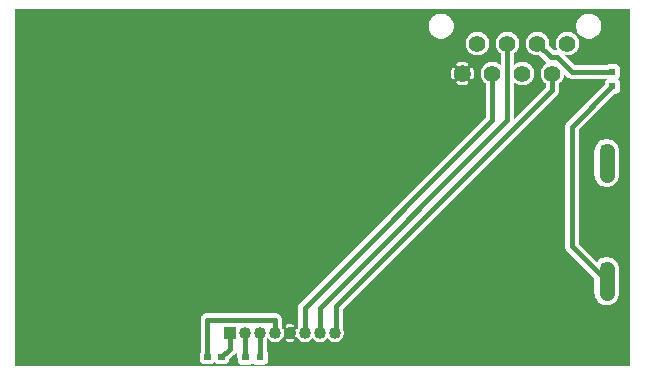
<source format=gtl>
G04 start of page 2 for group 0 idx 0 *
G04 Title: roomunit-display, top *
G04 Creator: pcb 1.99z *
G04 CreationDate: mån  6 apr 2015 08:42:04 UTC *
G04 For: jonatan *
G04 Format: Gerber/RS-274X *
G04 PCB-Dimensions (mm): 60.00 42.00 *
G04 PCB-Coordinate-Origin: lower left *
%MOMM*%
%FSLAX43Y43*%
%LNTOP*%
%ADD19C,1.524*%
%ADD18C,0.508*%
%ADD17C,0.850*%
%ADD16R,0.500X0.500*%
%ADD15C,1.250*%
%ADD14C,1.400*%
%ADD13C,1.016*%
%ADD12C,0.002*%
%ADD11C,0.381*%
G54D11*X43434Y31205D02*X27559Y15330D01*
X44704Y31205D02*X28829Y15330D01*
X30226Y15457D02*X48514Y33745D01*
X23749Y13171D02*Y11139D01*
X27559Y15330D02*Y13171D01*
X25019D02*Y14314D01*
X21209Y13171D02*Y11854D01*
X20494Y11139D01*
X22479Y13171D02*Y11219D01*
X22559Y11139D01*
X25019Y14314D02*X19304D01*
Y11139D01*
X28829Y13298D02*Y15330D01*
X30226Y13044D02*Y15457D01*
X53109Y17571D02*X50165Y20515D01*
Y30650D01*
X53594Y34079D01*
Y35269D02*X50165D01*
X48895Y36539D01*
X48387D01*
X48514Y33745D02*Y35142D01*
X48387Y36539D02*X47244Y37682D01*
X43434Y35142D02*Y31205D01*
X44704Y37682D02*Y31205D01*
G54D12*G36*
X51586Y34698D02*X53096D01*
X53121Y34676D01*
X53125Y34674D01*
X53121Y34672D01*
X53075Y34633D01*
X53036Y34587D01*
X53005Y34537D01*
X52982Y34481D01*
X52969Y34423D01*
X52965Y34364D01*
X52966Y34259D01*
X51586Y32879D01*
Y34698D01*
G37*
G36*
X53109Y40603D02*X55118D01*
Y10377D01*
X53109D01*
Y15536D01*
X53271Y15549D01*
X53429Y15587D01*
X53579Y15649D01*
X53717Y15734D01*
X53841Y15839D01*
X53946Y15963D01*
X54031Y16101D01*
X54093Y16251D01*
X54131Y16409D01*
X54140Y16571D01*
Y18571D01*
X54131Y18733D01*
X54093Y18891D01*
X54031Y19041D01*
X53946Y19179D01*
X53841Y19303D01*
X53717Y19408D01*
X53579Y19493D01*
X53429Y19555D01*
X53271Y19593D01*
X53109Y19606D01*
Y25536D01*
X53271Y25549D01*
X53429Y25587D01*
X53579Y25649D01*
X53717Y25734D01*
X53841Y25839D01*
X53946Y25963D01*
X54031Y26101D01*
X54093Y26251D01*
X54131Y26409D01*
X54140Y26571D01*
Y28571D01*
X54131Y28733D01*
X54093Y28891D01*
X54031Y29041D01*
X53946Y29179D01*
X53841Y29303D01*
X53717Y29408D01*
X53579Y29493D01*
X53429Y29555D01*
X53271Y29593D01*
X53109Y29606D01*
Y32786D01*
X53741Y33417D01*
X53903Y33419D01*
X53961Y33432D01*
X54017Y33455D01*
X54067Y33486D01*
X54113Y33525D01*
X54152Y33571D01*
X54183Y33621D01*
X54206Y33677D01*
X54219Y33735D01*
X54223Y33794D01*
X54219Y34423D01*
X54206Y34481D01*
X54183Y34537D01*
X54152Y34587D01*
X54113Y34633D01*
X54067Y34672D01*
X54063Y34674D01*
X54067Y34676D01*
X54113Y34715D01*
X54152Y34761D01*
X54183Y34811D01*
X54206Y34867D01*
X54219Y34925D01*
X54223Y34984D01*
X54219Y35613D01*
X54206Y35671D01*
X54183Y35727D01*
X54152Y35777D01*
X54113Y35823D01*
X54067Y35862D01*
X54017Y35893D01*
X53961Y35916D01*
X53903Y35929D01*
X53844Y35933D01*
X53285Y35929D01*
X53227Y35916D01*
X53171Y35893D01*
X53121Y35862D01*
X53109Y35852D01*
Y40603D01*
G37*
G36*
Y19606D02*X52947Y19593D01*
X52789Y19555D01*
X52639Y19493D01*
X52501Y19408D01*
X52377Y19303D01*
X52289Y19199D01*
X51586Y19902D01*
Y31263D01*
X53109Y32786D01*
Y29606D01*
X52947Y29593D01*
X52789Y29555D01*
X52639Y29493D01*
X52501Y29408D01*
X52377Y29303D01*
X52272Y29179D01*
X52187Y29041D01*
X52125Y28891D01*
X52087Y28733D01*
X52078Y28571D01*
Y26571D01*
X52087Y26409D01*
X52125Y26251D01*
X52187Y26101D01*
X52272Y25963D01*
X52377Y25839D01*
X52501Y25734D01*
X52639Y25649D01*
X52789Y25587D01*
X52947Y25549D01*
X53109Y25536D01*
Y19606D01*
G37*
G36*
Y10377D02*X51586D01*
Y18286D01*
X52078Y17794D01*
Y16571D01*
X52087Y16409D01*
X52125Y16251D01*
X52187Y16101D01*
X52272Y15963D01*
X52377Y15839D01*
X52501Y15734D01*
X52639Y15649D01*
X52789Y15587D01*
X52947Y15549D01*
X53109Y15536D01*
Y10377D01*
G37*
G36*
X51586Y40603D02*X53109D01*
Y35852D01*
X53096Y35840D01*
X51586D01*
Y38090D01*
X51587Y38090D01*
X51754Y38103D01*
X51917Y38142D01*
X52071Y38206D01*
X52214Y38293D01*
X52341Y38402D01*
X52449Y38529D01*
X52537Y38672D01*
X52601Y38826D01*
X52640Y38989D01*
X52649Y39155D01*
X52640Y39322D01*
X52601Y39484D01*
X52537Y39639D01*
X52449Y39781D01*
X52341Y39908D01*
X52214Y40017D01*
X52071Y40104D01*
X51917Y40168D01*
X51754Y40207D01*
X51587Y40220D01*
X51586Y40220D01*
Y40603D01*
G37*
G36*
Y19902D02*X50736Y20752D01*
Y30413D01*
X51586Y31263D01*
Y19902D01*
G37*
G36*
Y10377D02*X42162D01*
Y26585D01*
X48902Y33325D01*
X48919Y33340D01*
X48978Y33408D01*
X48978Y33408D01*
X49025Y33485D01*
X49059Y33568D01*
X49080Y33655D01*
X49087Y33745D01*
X49086Y33767D01*
Y34319D01*
X49104Y34330D01*
X49223Y34433D01*
X49326Y34552D01*
X49408Y34687D01*
X49468Y34832D01*
X49505Y34985D01*
X49512Y35113D01*
X49745Y34881D01*
X49760Y34864D01*
X49828Y34805D01*
X49828Y34805D01*
X49905Y34758D01*
X49988Y34724D01*
X50075Y34703D01*
X50165Y34696D01*
X50187Y34698D01*
X51586D01*
Y32879D01*
X49777Y31070D01*
X49760Y31055D01*
X49701Y30987D01*
X49654Y30910D01*
X49620Y30827D01*
X49599Y30740D01*
X49599Y30740D01*
X49592Y30650D01*
X49594Y30628D01*
Y20537D01*
X49592Y20515D01*
X49599Y20425D01*
X49620Y20338D01*
X49654Y20255D01*
X49701Y20178D01*
X49701Y20178D01*
X49760Y20110D01*
X49777Y20095D01*
X51586Y18286D01*
Y10377D01*
G37*
G36*
X42162Y40603D02*X51586D01*
Y40220D01*
X51421Y40207D01*
X51258Y40168D01*
X51104Y40104D01*
X50961Y40017D01*
X50834Y39908D01*
X50726Y39781D01*
X50638Y39639D01*
X50574Y39484D01*
X50535Y39322D01*
X50522Y39155D01*
X50535Y38989D01*
X50574Y38826D01*
X50638Y38672D01*
X50726Y38529D01*
X50834Y38402D01*
X50961Y38293D01*
X51104Y38206D01*
X51258Y38142D01*
X51421Y38103D01*
X51586Y38090D01*
Y35840D01*
X50402D01*
X49527Y36715D01*
X49627Y36691D01*
X49784Y36679D01*
X49941Y36691D01*
X50094Y36728D01*
X50239Y36788D01*
X50374Y36870D01*
X50493Y36973D01*
X50596Y37092D01*
X50678Y37227D01*
X50738Y37372D01*
X50775Y37525D01*
X50784Y37682D01*
X50775Y37839D01*
X50738Y37992D01*
X50678Y38137D01*
X50596Y38272D01*
X50493Y38391D01*
X50374Y38494D01*
X50239Y38576D01*
X50094Y38636D01*
X49941Y38673D01*
X49784Y38685D01*
X49627Y38673D01*
X49474Y38636D01*
X49329Y38576D01*
X49194Y38494D01*
X49075Y38391D01*
X48972Y38272D01*
X48890Y38137D01*
X48830Y37992D01*
X48793Y37839D01*
X48781Y37682D01*
X48793Y37525D01*
X48830Y37372D01*
X48890Y37227D01*
X48964Y37107D01*
X48895Y37112D01*
X48873Y37110D01*
X48624D01*
X48230Y37504D01*
X48235Y37525D01*
X48244Y37682D01*
X48235Y37839D01*
X48198Y37992D01*
X48138Y38137D01*
X48056Y38272D01*
X47953Y38391D01*
X47834Y38494D01*
X47699Y38576D01*
X47554Y38636D01*
X47401Y38673D01*
X47244Y38685D01*
X47087Y38673D01*
X46934Y38636D01*
X46789Y38576D01*
X46654Y38494D01*
X46535Y38391D01*
X46432Y38272D01*
X46350Y38137D01*
X46290Y37992D01*
X46253Y37839D01*
X46241Y37682D01*
X46253Y37525D01*
X46290Y37372D01*
X46350Y37227D01*
X46432Y37092D01*
X46535Y36973D01*
X46654Y36870D01*
X46789Y36788D01*
X46934Y36728D01*
X47087Y36691D01*
X47244Y36679D01*
X47401Y36691D01*
X47422Y36696D01*
X47967Y36151D01*
X47982Y36134D01*
X48050Y36075D01*
X48050Y36075D01*
X48092Y36050D01*
X48059Y36036D01*
X47924Y35954D01*
X47805Y35851D01*
X47702Y35732D01*
X47620Y35597D01*
X47560Y35452D01*
X47523Y35299D01*
X47511Y35142D01*
X47523Y34985D01*
X47560Y34832D01*
X47620Y34687D01*
X47702Y34552D01*
X47805Y34433D01*
X47924Y34330D01*
X47942Y34319D01*
Y33982D01*
X45275Y31315D01*
Y34423D01*
X45384Y34330D01*
X45519Y34248D01*
X45664Y34188D01*
X45817Y34151D01*
X45974Y34139D01*
X46131Y34151D01*
X46284Y34188D01*
X46429Y34248D01*
X46564Y34330D01*
X46683Y34433D01*
X46786Y34552D01*
X46868Y34687D01*
X46928Y34832D01*
X46965Y34985D01*
X46974Y35142D01*
X46965Y35299D01*
X46928Y35452D01*
X46868Y35597D01*
X46786Y35732D01*
X46683Y35851D01*
X46564Y35954D01*
X46429Y36036D01*
X46284Y36096D01*
X46131Y36133D01*
X45974Y36145D01*
X45817Y36133D01*
X45664Y36096D01*
X45519Y36036D01*
X45384Y35954D01*
X45275Y35861D01*
Y36859D01*
X45294Y36870D01*
X45413Y36973D01*
X45516Y37092D01*
X45598Y37227D01*
X45658Y37372D01*
X45695Y37525D01*
X45704Y37682D01*
X45695Y37839D01*
X45658Y37992D01*
X45598Y38137D01*
X45516Y38272D01*
X45413Y38391D01*
X45294Y38494D01*
X45159Y38576D01*
X45014Y38636D01*
X44861Y38673D01*
X44704Y38685D01*
X44547Y38673D01*
X44394Y38636D01*
X44249Y38576D01*
X44114Y38494D01*
X43995Y38391D01*
X43892Y38272D01*
X43810Y38137D01*
X43750Y37992D01*
X43713Y37839D01*
X43701Y37682D01*
X43713Y37525D01*
X43750Y37372D01*
X43810Y37227D01*
X43892Y37092D01*
X43995Y36973D01*
X44114Y36870D01*
X44132Y36859D01*
Y35861D01*
X44024Y35954D01*
X43889Y36036D01*
X43744Y36096D01*
X43591Y36133D01*
X43434Y36145D01*
X43277Y36133D01*
X43124Y36096D01*
X42979Y36036D01*
X42844Y35954D01*
X42725Y35851D01*
X42622Y35732D01*
X42540Y35597D01*
X42480Y35452D01*
X42443Y35299D01*
X42431Y35142D01*
X42443Y34985D01*
X42480Y34832D01*
X42540Y34687D01*
X42622Y34552D01*
X42725Y34433D01*
X42844Y34330D01*
X42862Y34319D01*
Y31442D01*
X42162Y30742D01*
Y36679D01*
X42164Y36679D01*
X42321Y36691D01*
X42474Y36728D01*
X42619Y36788D01*
X42754Y36870D01*
X42873Y36973D01*
X42976Y37092D01*
X43058Y37227D01*
X43118Y37372D01*
X43155Y37525D01*
X43164Y37682D01*
X43155Y37839D01*
X43118Y37992D01*
X43058Y38137D01*
X42976Y38272D01*
X42873Y38391D01*
X42754Y38494D01*
X42619Y38576D01*
X42474Y38636D01*
X42321Y38673D01*
X42164Y38685D01*
X42162Y38685D01*
Y40603D01*
G37*
G36*
Y10377D02*X40486D01*
Y24909D01*
X42162Y26585D01*
Y10377D01*
G37*
G36*
X41704Y36791D02*X41709Y36788D01*
X41854Y36728D01*
X42007Y36691D01*
X42162Y36679D01*
Y30742D01*
X41704Y30284D01*
Y34641D01*
X41718Y34645D01*
X41739Y34654D01*
X41759Y34668D01*
X41776Y34684D01*
X41791Y34702D01*
X41802Y34723D01*
X41839Y34812D01*
X41866Y34904D01*
X41885Y34998D01*
X41894Y35094D01*
Y35190D01*
X41885Y35286D01*
X41866Y35380D01*
X41839Y35472D01*
X41803Y35562D01*
X41791Y35582D01*
X41777Y35601D01*
X41759Y35617D01*
X41740Y35630D01*
X41718Y35640D01*
X41704Y35644D01*
Y36791D01*
G37*
G36*
Y40603D02*X42162D01*
Y38685D01*
X42007Y38673D01*
X41854Y38636D01*
X41709Y38576D01*
X41704Y38573D01*
Y40603D01*
G37*
G36*
X40486D02*X41704D01*
Y38573D01*
X41574Y38494D01*
X41455Y38391D01*
X41352Y38272D01*
X41270Y38137D01*
X41210Y37992D01*
X41173Y37839D01*
X41161Y37682D01*
X41173Y37525D01*
X41210Y37372D01*
X41270Y37227D01*
X41352Y37092D01*
X41455Y36973D01*
X41574Y36870D01*
X41704Y36791D01*
Y35644D01*
X41695Y35647D01*
X41672Y35649D01*
X41648Y35648D01*
X41625Y35644D01*
X41602Y35636D01*
X41582Y35624D01*
X41563Y35609D01*
X41547Y35592D01*
X41534Y35572D01*
X41524Y35551D01*
X41517Y35528D01*
X41515Y35504D01*
X41516Y35480D01*
X41520Y35457D01*
X41529Y35435D01*
X41555Y35373D01*
X41574Y35309D01*
X41587Y35243D01*
X41593Y35176D01*
Y35108D01*
X41587Y35041D01*
X41574Y34975D01*
X41555Y34911D01*
X41530Y34849D01*
X41521Y34827D01*
X41516Y34804D01*
X41515Y34780D01*
X41518Y34756D01*
X41525Y34734D01*
X41534Y34712D01*
X41548Y34693D01*
X41564Y34675D01*
X41582Y34661D01*
X41603Y34649D01*
X41625Y34641D01*
X41648Y34636D01*
X41672Y34635D01*
X41695Y34638D01*
X41704Y34641D01*
Y30284D01*
X40486Y29066D01*
Y34229D01*
X40564Y34197D01*
X40656Y34170D01*
X40750Y34151D01*
X40846Y34142D01*
X40942D01*
X41038Y34151D01*
X41132Y34170D01*
X41224Y34197D01*
X41314Y34233D01*
X41334Y34245D01*
X41353Y34259D01*
X41369Y34277D01*
X41382Y34296D01*
X41392Y34318D01*
X41399Y34341D01*
X41401Y34364D01*
X41400Y34388D01*
X41396Y34411D01*
X41388Y34434D01*
X41376Y34454D01*
X41361Y34473D01*
X41344Y34489D01*
X41324Y34502D01*
X41303Y34512D01*
X41280Y34519D01*
X41256Y34521D01*
X41232Y34520D01*
X41209Y34516D01*
X41187Y34507D01*
X41125Y34481D01*
X41061Y34462D01*
X40995Y34449D01*
X40928Y34443D01*
X40860D01*
X40793Y34449D01*
X40727Y34462D01*
X40663Y34481D01*
X40601Y34506D01*
X40579Y34515D01*
X40556Y34520D01*
X40532Y34521D01*
X40508Y34518D01*
X40486Y34512D01*
Y35772D01*
X40508Y35765D01*
X40532Y35763D01*
X40556Y35764D01*
X40579Y35768D01*
X40601Y35777D01*
X40663Y35803D01*
X40727Y35822D01*
X40793Y35835D01*
X40860Y35841D01*
X40928D01*
X40995Y35835D01*
X41061Y35822D01*
X41125Y35803D01*
X41187Y35778D01*
X41209Y35769D01*
X41232Y35764D01*
X41256Y35763D01*
X41280Y35766D01*
X41302Y35773D01*
X41324Y35782D01*
X41343Y35796D01*
X41361Y35812D01*
X41375Y35830D01*
X41387Y35851D01*
X41395Y35873D01*
X41400Y35896D01*
X41401Y35920D01*
X41398Y35943D01*
X41391Y35966D01*
X41382Y35987D01*
X41368Y36007D01*
X41352Y36024D01*
X41334Y36039D01*
X41313Y36050D01*
X41224Y36087D01*
X41132Y36114D01*
X41038Y36133D01*
X40942Y36142D01*
X40846D01*
X40750Y36133D01*
X40656Y36114D01*
X40564Y36087D01*
X40486Y36056D01*
Y40603D01*
G37*
G36*
X40084Y24506D02*X40486Y24909D01*
Y10377D01*
X40084D01*
Y24506D01*
G37*
G36*
Y40603D02*X40486D01*
Y36056D01*
X40474Y36051D01*
X40454Y36039D01*
X40435Y36025D01*
X40419Y36007D01*
X40406Y35988D01*
X40396Y35966D01*
X40389Y35943D01*
X40387Y35920D01*
X40388Y35896D01*
X40392Y35873D01*
X40400Y35850D01*
X40412Y35830D01*
X40427Y35811D01*
X40444Y35795D01*
X40464Y35782D01*
X40485Y35772D01*
X40486Y35772D01*
Y34512D01*
X40486Y34511D01*
X40464Y34502D01*
X40445Y34488D01*
X40427Y34472D01*
X40413Y34454D01*
X40401Y34433D01*
X40393Y34411D01*
X40388Y34388D01*
X40387Y34364D01*
X40390Y34341D01*
X40397Y34318D01*
X40406Y34297D01*
X40420Y34277D01*
X40436Y34260D01*
X40454Y34245D01*
X40475Y34234D01*
X40486Y34229D01*
Y29066D01*
X40084Y28663D01*
Y34640D01*
X40093Y34637D01*
X40116Y34635D01*
X40140Y34636D01*
X40163Y34640D01*
X40186Y34648D01*
X40206Y34660D01*
X40225Y34675D01*
X40241Y34692D01*
X40254Y34712D01*
X40264Y34733D01*
X40271Y34756D01*
X40273Y34780D01*
X40272Y34804D01*
X40268Y34827D01*
X40259Y34849D01*
X40233Y34911D01*
X40214Y34975D01*
X40201Y35041D01*
X40195Y35108D01*
Y35176D01*
X40201Y35243D01*
X40214Y35309D01*
X40233Y35373D01*
X40258Y35435D01*
X40267Y35457D01*
X40272Y35480D01*
X40273Y35504D01*
X40270Y35528D01*
X40263Y35550D01*
X40254Y35572D01*
X40240Y35591D01*
X40224Y35609D01*
X40206Y35623D01*
X40185Y35635D01*
X40163Y35643D01*
X40140Y35648D01*
X40116Y35649D01*
X40093Y35646D01*
X40084Y35643D01*
Y38778D01*
X40104Y38826D01*
X40143Y38989D01*
X40153Y39155D01*
X40143Y39322D01*
X40104Y39484D01*
X40084Y39533D01*
Y40603D01*
G37*
G36*
X26289D02*X40084D01*
Y39533D01*
X40040Y39639D01*
X39952Y39781D01*
X39844Y39908D01*
X39717Y40017D01*
X39574Y40104D01*
X39420Y40168D01*
X39257Y40207D01*
X39091Y40220D01*
X38924Y40207D01*
X38761Y40168D01*
X38607Y40104D01*
X38464Y40017D01*
X38337Y39908D01*
X38229Y39781D01*
X38141Y39639D01*
X38077Y39484D01*
X38038Y39322D01*
X38025Y39155D01*
X38038Y38989D01*
X38077Y38826D01*
X38141Y38672D01*
X38229Y38529D01*
X38337Y38402D01*
X38464Y38293D01*
X38607Y38206D01*
X38761Y38142D01*
X38924Y38103D01*
X39091Y38090D01*
X39257Y38103D01*
X39420Y38142D01*
X39574Y38206D01*
X39717Y38293D01*
X39844Y38402D01*
X39952Y38529D01*
X40040Y38672D01*
X40084Y38778D01*
Y35643D01*
X40070Y35639D01*
X40049Y35630D01*
X40029Y35616D01*
X40012Y35600D01*
X39997Y35582D01*
X39986Y35561D01*
X39949Y35472D01*
X39922Y35380D01*
X39903Y35286D01*
X39894Y35190D01*
Y35094D01*
X39903Y34998D01*
X39922Y34904D01*
X39949Y34812D01*
X39985Y34722D01*
X39997Y34702D01*
X40011Y34683D01*
X40029Y34667D01*
X40048Y34654D01*
X40070Y34644D01*
X40084Y34640D01*
Y28663D01*
X27171Y15750D01*
X27154Y15735D01*
X27095Y15667D01*
X27048Y15590D01*
X27014Y15507D01*
X26993Y15420D01*
X26993Y15420D01*
X26986Y15330D01*
X26988Y15308D01*
Y13675D01*
X26941Y13620D01*
X26890Y13537D01*
X26888Y13537D01*
X26868Y13537D01*
X26848Y13534D01*
X26829Y13528D01*
X26811Y13519D01*
X26795Y13508D01*
X26781Y13494D01*
X26769Y13477D01*
X26760Y13460D01*
X26753Y13440D01*
X26750Y13421D01*
X26750Y13401D01*
X26753Y13381D01*
X26759Y13362D01*
X26776Y13316D01*
X26788Y13268D01*
X26795Y13220D01*
X26796Y13190D01*
X26795Y13171D01*
X26796Y13152D01*
X26795Y13122D01*
X26788Y13074D01*
X26776Y13026D01*
X26760Y12980D01*
X26753Y12961D01*
X26750Y12941D01*
X26751Y12921D01*
X26754Y12902D01*
X26760Y12883D01*
X26769Y12865D01*
X26781Y12849D01*
X26795Y12835D01*
X26812Y12823D01*
X26830Y12814D01*
X26849Y12808D01*
X26868Y12805D01*
X26888Y12805D01*
X26889Y12806D01*
X26941Y12722D01*
X27019Y12631D01*
X27110Y12553D01*
X27212Y12490D01*
X27323Y12444D01*
X27439Y12416D01*
X27559Y12407D01*
X27679Y12416D01*
X27795Y12444D01*
X27906Y12490D01*
X28008Y12553D01*
X28099Y12631D01*
X28177Y12722D01*
X28194Y12749D01*
X28211Y12722D01*
X28289Y12631D01*
X28380Y12553D01*
X28482Y12490D01*
X28593Y12444D01*
X28709Y12416D01*
X28829Y12407D01*
X28949Y12416D01*
X29065Y12444D01*
X29176Y12490D01*
X29278Y12553D01*
X29369Y12631D01*
X29447Y12722D01*
X29464Y12749D01*
X29481Y12722D01*
X29559Y12631D01*
X29650Y12553D01*
X29752Y12490D01*
X29863Y12444D01*
X29979Y12416D01*
X30099Y12407D01*
X30219Y12416D01*
X30335Y12444D01*
X30446Y12490D01*
X30548Y12553D01*
X30639Y12631D01*
X30717Y12722D01*
X30780Y12824D01*
X30826Y12935D01*
X30854Y13051D01*
X30861Y13171D01*
X30854Y13291D01*
X30826Y13407D01*
X30798Y13476D01*
Y15220D01*
X40084Y24506D01*
Y10377D01*
X26289D01*
Y12408D01*
X26362Y12412D01*
X26435Y12422D01*
X26506Y12440D01*
X26576Y12464D01*
X26594Y12473D01*
X26610Y12485D01*
X26624Y12499D01*
X26636Y12515D01*
X26646Y12533D01*
X26652Y12552D01*
X26655Y12572D01*
X26655Y12592D01*
X26652Y12612D01*
X26646Y12631D01*
X26637Y12649D01*
X26626Y12665D01*
X26612Y12679D01*
X26595Y12691D01*
X26578Y12700D01*
X26558Y12707D01*
X26539Y12710D01*
X26519Y12710D01*
X26499Y12707D01*
X26480Y12701D01*
X26434Y12684D01*
X26386Y12672D01*
X26338Y12665D01*
X26289Y12663D01*
Y13679D01*
X26338Y13677D01*
X26386Y13670D01*
X26434Y13658D01*
X26480Y13642D01*
X26499Y13635D01*
X26519Y13632D01*
X26539Y13633D01*
X26558Y13636D01*
X26577Y13642D01*
X26595Y13651D01*
X26611Y13663D01*
X26625Y13677D01*
X26637Y13694D01*
X26646Y13712D01*
X26652Y13731D01*
X26655Y13750D01*
X26655Y13770D01*
X26651Y13790D01*
X26645Y13809D01*
X26636Y13827D01*
X26624Y13843D01*
X26610Y13857D01*
X26593Y13869D01*
X26575Y13877D01*
X26506Y13902D01*
X26435Y13920D01*
X26362Y13930D01*
X26289Y13934D01*
Y40603D01*
G37*
G36*
X22259D02*X26289D01*
Y13934D01*
X26289Y13934D01*
X26216Y13930D01*
X26143Y13920D01*
X26072Y13902D01*
X26002Y13878D01*
X25984Y13869D01*
X25968Y13857D01*
X25954Y13843D01*
X25942Y13827D01*
X25932Y13809D01*
X25926Y13790D01*
X25923Y13770D01*
X25923Y13750D01*
X25926Y13730D01*
X25932Y13711D01*
X25941Y13693D01*
X25952Y13677D01*
X25966Y13663D01*
X25983Y13651D01*
X26000Y13642D01*
X26020Y13635D01*
X26039Y13632D01*
X26059Y13632D01*
X26079Y13635D01*
X26098Y13641D01*
X26144Y13658D01*
X26192Y13670D01*
X26240Y13677D01*
X26289Y13679D01*
X26289Y13679D01*
Y12663D01*
X26289Y12663D01*
X26240Y12665D01*
X26192Y12672D01*
X26144Y12684D01*
X26098Y12700D01*
X26079Y12707D01*
X26059Y12710D01*
X26039Y12709D01*
X26020Y12706D01*
X26001Y12700D01*
X25983Y12691D01*
X25967Y12679D01*
X25953Y12665D01*
X25941Y12648D01*
X25932Y12630D01*
X25926Y12611D01*
X25923Y12592D01*
X25923Y12572D01*
X25927Y12552D01*
X25933Y12533D01*
X25942Y12515D01*
X25954Y12499D01*
X25968Y12485D01*
X25985Y12473D01*
X26003Y12465D01*
X26072Y12440D01*
X26143Y12422D01*
X26216Y12412D01*
X26289Y12408D01*
X26289Y12408D01*
Y10377D01*
X22259D01*
Y10484D01*
X22274Y10483D01*
X22908Y10486D01*
X22970Y10501D01*
X23029Y10526D01*
X23084Y10559D01*
X23132Y10601D01*
X23154Y10626D01*
X23176Y10601D01*
X23224Y10559D01*
X23279Y10526D01*
X23338Y10501D01*
X23400Y10486D01*
X23464Y10483D01*
X24098Y10486D01*
X24160Y10501D01*
X24219Y10526D01*
X24274Y10559D01*
X24322Y10601D01*
X24364Y10649D01*
X24397Y10704D01*
X24422Y10763D01*
X24437Y10825D01*
X24440Y10889D01*
X24437Y11453D01*
X24422Y11515D01*
X24397Y11574D01*
X24364Y11629D01*
X24322Y11677D01*
X24320Y11679D01*
Y12667D01*
X24367Y12722D01*
X24384Y12749D01*
X24401Y12722D01*
X24479Y12631D01*
X24570Y12553D01*
X24672Y12490D01*
X24783Y12444D01*
X24899Y12416D01*
X25019Y12407D01*
X25139Y12416D01*
X25255Y12444D01*
X25366Y12490D01*
X25468Y12553D01*
X25559Y12631D01*
X25637Y12722D01*
X25688Y12805D01*
X25690Y12805D01*
X25710Y12805D01*
X25730Y12808D01*
X25749Y12814D01*
X25767Y12823D01*
X25783Y12834D01*
X25797Y12848D01*
X25809Y12865D01*
X25818Y12882D01*
X25825Y12902D01*
X25828Y12921D01*
X25828Y12941D01*
X25825Y12961D01*
X25819Y12980D01*
X25802Y13026D01*
X25790Y13074D01*
X25783Y13122D01*
X25781Y13171D01*
X25783Y13220D01*
X25790Y13268D01*
X25802Y13316D01*
X25818Y13362D01*
X25825Y13381D01*
X25828Y13401D01*
X25827Y13421D01*
X25824Y13440D01*
X25818Y13459D01*
X25809Y13477D01*
X25797Y13493D01*
X25783Y13507D01*
X25766Y13519D01*
X25748Y13528D01*
X25729Y13534D01*
X25710Y13537D01*
X25690Y13537D01*
X25689Y13536D01*
X25637Y13620D01*
X25590Y13675D01*
Y14292D01*
X25592Y14314D01*
X25585Y14404D01*
X25564Y14491D01*
X25530Y14574D01*
X25483Y14651D01*
X25424Y14719D01*
X25356Y14778D01*
X25279Y14825D01*
X25196Y14859D01*
X25109Y14880D01*
X25019Y14887D01*
X24997Y14886D01*
X22259D01*
Y40603D01*
G37*
G36*
X3048D02*X22259D01*
Y14886D01*
X19326D01*
X19304Y14887D01*
X19214Y14880D01*
X19127Y14859D01*
X19044Y14825D01*
X18967Y14778D01*
X18899Y14719D01*
X18840Y14651D01*
X18793Y14574D01*
X18759Y14491D01*
X18738Y14404D01*
X18738Y14404D01*
X18731Y14314D01*
X18732Y14292D01*
Y11553D01*
X18724Y11539D01*
X18704Y11491D01*
X18692Y11441D01*
X18689Y11389D01*
X18692Y10837D01*
X18704Y10787D01*
X18724Y10739D01*
X18751Y10694D01*
X18785Y10655D01*
X18824Y10621D01*
X18869Y10594D01*
X18917Y10574D01*
X18967Y10562D01*
X19019Y10559D01*
X19641Y10562D01*
X19691Y10574D01*
X19739Y10594D01*
X19784Y10621D01*
X19823Y10655D01*
X19857Y10694D01*
X19884Y10739D01*
X19899Y10775D01*
X19914Y10739D01*
X19941Y10694D01*
X19975Y10655D01*
X20014Y10621D01*
X20059Y10594D01*
X20107Y10574D01*
X20157Y10562D01*
X20209Y10559D01*
X20831Y10562D01*
X20881Y10574D01*
X20929Y10594D01*
X20974Y10621D01*
X21013Y10655D01*
X21047Y10694D01*
X21074Y10739D01*
X21094Y10787D01*
X21106Y10837D01*
X21109Y10889D01*
X21109Y10946D01*
X21398Y11234D01*
X21409Y11237D01*
X21503Y11276D01*
X21590Y11329D01*
X21668Y11395D01*
X21734Y11473D01*
X21787Y11560D01*
X21826Y11654D01*
X21832Y11682D01*
Y11219D01*
X21838Y11118D01*
X21862Y11019D01*
X21870Y10999D01*
X21871Y10825D01*
X21886Y10763D01*
X21911Y10704D01*
X21944Y10649D01*
X21986Y10601D01*
X22034Y10559D01*
X22089Y10526D01*
X22148Y10501D01*
X22210Y10486D01*
X22259Y10484D01*
Y10377D01*
X3048D01*
Y40603D01*
G37*
G54D13*X26289Y13171D03*
X25019D03*
X23749D03*
X22479D03*
X30099D03*
X28829D03*
X27559D03*
G54D12*G36*
X20701Y13679D02*Y12663D01*
X21717D01*
Y13679D01*
X20701D01*
G37*
G54D14*X42164Y37682D03*
X43434Y35142D03*
X40894D03*
X44704Y37682D03*
X45974Y35142D03*
X48514D03*
X47244Y37682D03*
X49784D03*
G54D15*X53109Y18571D02*Y16571D01*
Y28571D02*Y26571D01*
G54D16*X20459Y11139D02*X20529D01*
X19269D02*X19339D01*
X23714D02*X23784D01*
X22524D02*X22594D01*
X53594Y35304D02*Y35234D01*
Y34114D02*Y34044D01*
G54D15*X53109Y28571D03*
Y26571D03*
Y18571D03*
Y16571D03*
G54D17*G54D18*G54D17*G54D19*G54D17*G54D19*M02*

</source>
